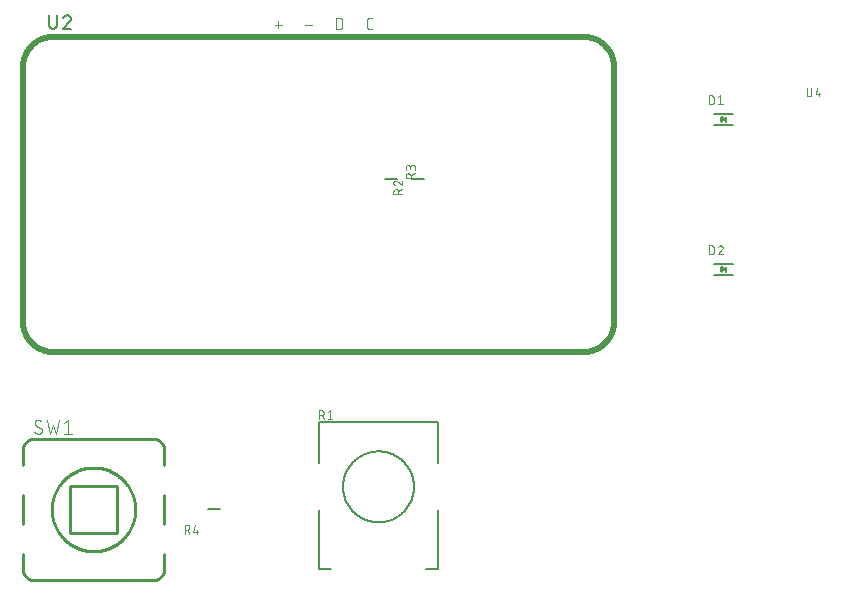
<source format=gbr>
G04 EAGLE Gerber RS-274X export*
G75*
%MOMM*%
%FSLAX34Y34*%
%LPD*%
%INSilkscreen Top*%
%IPPOS*%
%AMOC8*
5,1,8,0,0,1.08239X$1,22.5*%
G01*
%ADD10C,0.508000*%
%ADD11C,0.076200*%
%ADD12C,0.127000*%
%ADD13C,0.101600*%
%ADD14C,0.254000*%

G36*
X671105Y403776D02*
X671105Y403776D01*
X671205Y403775D01*
X671219Y403779D01*
X671231Y403779D01*
X671274Y403797D01*
X671384Y403833D01*
X675384Y405833D01*
X675419Y405859D01*
X675460Y405878D01*
X675509Y405926D01*
X675563Y405967D01*
X675588Y406004D01*
X675619Y406036D01*
X675648Y406098D01*
X675685Y406155D01*
X675695Y406199D01*
X675714Y406239D01*
X675719Y406308D01*
X675734Y406374D01*
X675728Y406419D01*
X675731Y406463D01*
X675712Y406529D01*
X675703Y406597D01*
X675682Y406636D01*
X675670Y406679D01*
X675629Y406734D01*
X675597Y406794D01*
X675563Y406824D01*
X675537Y406860D01*
X675466Y406909D01*
X675428Y406943D01*
X675407Y406951D01*
X675384Y406967D01*
X671384Y408967D01*
X671288Y408995D01*
X671194Y409027D01*
X671181Y409027D01*
X671168Y409031D01*
X671069Y409024D01*
X670969Y409021D01*
X670958Y409016D01*
X670945Y409015D01*
X670854Y408974D01*
X670762Y408936D01*
X670752Y408928D01*
X670740Y408922D01*
X670669Y408852D01*
X670596Y408785D01*
X670590Y408774D01*
X670581Y408764D01*
X670539Y408674D01*
X670493Y408585D01*
X670491Y408571D01*
X670486Y408561D01*
X670483Y408514D01*
X670466Y408400D01*
X670466Y404400D01*
X670483Y404302D01*
X670497Y404203D01*
X670503Y404192D01*
X670505Y404179D01*
X670556Y404093D01*
X670603Y404006D01*
X670613Y403997D01*
X670620Y403986D01*
X670697Y403923D01*
X670772Y403857D01*
X670784Y403853D01*
X670794Y403845D01*
X670888Y403813D01*
X670981Y403777D01*
X670994Y403777D01*
X671006Y403773D01*
X671105Y403776D01*
G37*
G36*
X671105Y276776D02*
X671105Y276776D01*
X671205Y276775D01*
X671219Y276779D01*
X671231Y276779D01*
X671274Y276797D01*
X671384Y276833D01*
X675384Y278833D01*
X675419Y278859D01*
X675460Y278878D01*
X675509Y278926D01*
X675563Y278967D01*
X675588Y279004D01*
X675619Y279036D01*
X675648Y279098D01*
X675685Y279155D01*
X675695Y279199D01*
X675714Y279239D01*
X675719Y279308D01*
X675734Y279374D01*
X675728Y279419D01*
X675731Y279463D01*
X675712Y279529D01*
X675703Y279597D01*
X675682Y279636D01*
X675670Y279679D01*
X675629Y279734D01*
X675597Y279794D01*
X675563Y279824D01*
X675537Y279860D01*
X675466Y279909D01*
X675428Y279943D01*
X675407Y279951D01*
X675384Y279967D01*
X671384Y281967D01*
X671288Y281995D01*
X671194Y282027D01*
X671181Y282027D01*
X671168Y282031D01*
X671069Y282024D01*
X670969Y282021D01*
X670958Y282016D01*
X670945Y282015D01*
X670854Y281974D01*
X670762Y281936D01*
X670752Y281928D01*
X670740Y281922D01*
X670669Y281852D01*
X670596Y281785D01*
X670590Y281774D01*
X670581Y281764D01*
X670539Y281674D01*
X670493Y281585D01*
X670491Y281571D01*
X670486Y281561D01*
X670483Y281514D01*
X670466Y281400D01*
X670466Y277400D01*
X670483Y277302D01*
X670497Y277203D01*
X670503Y277192D01*
X670505Y277179D01*
X670556Y277093D01*
X670603Y277006D01*
X670613Y276997D01*
X670620Y276986D01*
X670697Y276923D01*
X670772Y276857D01*
X670784Y276853D01*
X670794Y276845D01*
X670888Y276813D01*
X670981Y276777D01*
X670994Y276777D01*
X671006Y276773D01*
X671105Y276776D01*
G37*
D10*
X554990Y209550D02*
X555604Y209557D01*
X556217Y209580D01*
X556830Y209617D01*
X557441Y209669D01*
X558052Y209735D01*
X558660Y209817D01*
X559266Y209913D01*
X559870Y210023D01*
X560471Y210148D01*
X561069Y210288D01*
X561663Y210442D01*
X562253Y210611D01*
X562839Y210793D01*
X563420Y210990D01*
X563997Y211201D01*
X564568Y211425D01*
X565134Y211663D01*
X565694Y211915D01*
X566247Y212181D01*
X566794Y212459D01*
X567334Y212751D01*
X567867Y213056D01*
X568392Y213374D01*
X568910Y213704D01*
X569419Y214046D01*
X569920Y214401D01*
X570412Y214768D01*
X570895Y215146D01*
X571369Y215536D01*
X571833Y215938D01*
X572288Y216350D01*
X572732Y216774D01*
X573166Y217208D01*
X573590Y217652D01*
X574002Y218107D01*
X574404Y218571D01*
X574794Y219045D01*
X575172Y219528D01*
X575539Y220020D01*
X575894Y220521D01*
X576236Y221030D01*
X576566Y221548D01*
X576884Y222073D01*
X577189Y222606D01*
X577481Y223146D01*
X577759Y223693D01*
X578025Y224246D01*
X578277Y224806D01*
X578515Y225372D01*
X578739Y225943D01*
X578950Y226520D01*
X579147Y227101D01*
X579329Y227687D01*
X579498Y228277D01*
X579652Y228871D01*
X579792Y229469D01*
X579917Y230070D01*
X580027Y230674D01*
X580123Y231280D01*
X580205Y231888D01*
X580271Y232499D01*
X580323Y233110D01*
X580360Y233723D01*
X580383Y234336D01*
X580390Y234950D01*
X580390Y450850D01*
X580383Y451464D01*
X580360Y452077D01*
X580323Y452690D01*
X580271Y453301D01*
X580205Y453912D01*
X580123Y454520D01*
X580027Y455126D01*
X579917Y455730D01*
X579792Y456331D01*
X579652Y456929D01*
X579498Y457523D01*
X579329Y458113D01*
X579147Y458699D01*
X578950Y459280D01*
X578739Y459857D01*
X578515Y460428D01*
X578277Y460994D01*
X578025Y461554D01*
X577759Y462107D01*
X577481Y462654D01*
X577189Y463194D01*
X576884Y463727D01*
X576566Y464252D01*
X576236Y464770D01*
X575894Y465279D01*
X575539Y465780D01*
X575172Y466272D01*
X574794Y466755D01*
X574404Y467229D01*
X574002Y467693D01*
X573590Y468148D01*
X573166Y468592D01*
X572732Y469026D01*
X572288Y469450D01*
X571833Y469862D01*
X571369Y470264D01*
X570895Y470654D01*
X570412Y471032D01*
X569920Y471399D01*
X569419Y471754D01*
X568910Y472096D01*
X568392Y472426D01*
X567867Y472744D01*
X567334Y473049D01*
X566794Y473341D01*
X566247Y473619D01*
X565694Y473885D01*
X565134Y474137D01*
X564568Y474375D01*
X563997Y474599D01*
X563420Y474810D01*
X562839Y475007D01*
X562253Y475189D01*
X561663Y475358D01*
X561069Y475512D01*
X560471Y475652D01*
X559870Y475777D01*
X559266Y475887D01*
X558660Y475983D01*
X558052Y476065D01*
X557441Y476131D01*
X556830Y476183D01*
X556217Y476220D01*
X555604Y476243D01*
X554990Y476250D01*
X105410Y476250D01*
X104796Y476243D01*
X104183Y476220D01*
X103570Y476183D01*
X102959Y476131D01*
X102348Y476065D01*
X101740Y475983D01*
X101134Y475887D01*
X100530Y475777D01*
X99929Y475652D01*
X99331Y475512D01*
X98737Y475358D01*
X98147Y475189D01*
X97561Y475007D01*
X96980Y474810D01*
X96403Y474599D01*
X95832Y474375D01*
X95266Y474137D01*
X94706Y473885D01*
X94153Y473619D01*
X93606Y473341D01*
X93066Y473049D01*
X92533Y472744D01*
X92008Y472426D01*
X91490Y472096D01*
X90981Y471754D01*
X90480Y471399D01*
X89988Y471032D01*
X89505Y470654D01*
X89031Y470264D01*
X88567Y469862D01*
X88112Y469450D01*
X87668Y469026D01*
X87234Y468592D01*
X86810Y468148D01*
X86398Y467693D01*
X85996Y467229D01*
X85606Y466755D01*
X85228Y466272D01*
X84861Y465780D01*
X84506Y465279D01*
X84164Y464770D01*
X83834Y464252D01*
X83516Y463727D01*
X83211Y463194D01*
X82919Y462654D01*
X82641Y462107D01*
X82375Y461554D01*
X82123Y460994D01*
X81885Y460428D01*
X81661Y459857D01*
X81450Y459280D01*
X81253Y458699D01*
X81071Y458113D01*
X80902Y457523D01*
X80748Y456929D01*
X80608Y456331D01*
X80483Y455730D01*
X80373Y455126D01*
X80277Y454520D01*
X80195Y453912D01*
X80129Y453301D01*
X80077Y452690D01*
X80040Y452077D01*
X80017Y451464D01*
X80010Y450850D01*
X80010Y234950D01*
X80017Y234336D01*
X80040Y233723D01*
X80077Y233110D01*
X80129Y232499D01*
X80195Y231888D01*
X80277Y231280D01*
X80373Y230674D01*
X80483Y230070D01*
X80608Y229469D01*
X80748Y228871D01*
X80902Y228277D01*
X81071Y227687D01*
X81253Y227101D01*
X81450Y226520D01*
X81661Y225943D01*
X81885Y225372D01*
X82123Y224806D01*
X82375Y224246D01*
X82641Y223693D01*
X82919Y223146D01*
X83211Y222606D01*
X83516Y222073D01*
X83834Y221548D01*
X84164Y221030D01*
X84506Y220521D01*
X84861Y220020D01*
X85228Y219528D01*
X85606Y219045D01*
X85996Y218571D01*
X86398Y218107D01*
X86810Y217652D01*
X87234Y217208D01*
X87668Y216774D01*
X88112Y216350D01*
X88567Y215938D01*
X89031Y215536D01*
X89505Y215146D01*
X89988Y214768D01*
X90480Y214401D01*
X90981Y214046D01*
X91490Y213704D01*
X92008Y213374D01*
X92533Y213056D01*
X93066Y212751D01*
X93606Y212459D01*
X94153Y212181D01*
X94706Y211915D01*
X95266Y211663D01*
X95832Y211425D01*
X96403Y211201D01*
X96980Y210990D01*
X97561Y210793D01*
X98147Y210611D01*
X98737Y210442D01*
X99331Y210288D01*
X99929Y210148D01*
X100530Y210023D01*
X101134Y209913D01*
X101740Y209817D01*
X102348Y209735D01*
X102959Y209669D01*
X103570Y209617D01*
X104183Y209580D01*
X104796Y209557D01*
X105410Y209550D01*
X554990Y209550D01*
D11*
X375539Y482981D02*
X373451Y482981D01*
X373362Y482983D01*
X373274Y482989D01*
X373186Y482998D01*
X373098Y483011D01*
X373011Y483028D01*
X372925Y483048D01*
X372840Y483073D01*
X372755Y483100D01*
X372672Y483132D01*
X372591Y483166D01*
X372511Y483205D01*
X372433Y483246D01*
X372356Y483291D01*
X372282Y483339D01*
X372209Y483390D01*
X372139Y483444D01*
X372072Y483502D01*
X372006Y483562D01*
X371944Y483624D01*
X371884Y483690D01*
X371826Y483757D01*
X371772Y483827D01*
X371721Y483900D01*
X371673Y483974D01*
X371628Y484051D01*
X371587Y484129D01*
X371548Y484209D01*
X371514Y484290D01*
X371482Y484373D01*
X371455Y484458D01*
X371430Y484543D01*
X371410Y484629D01*
X371393Y484716D01*
X371380Y484804D01*
X371371Y484892D01*
X371365Y484980D01*
X371363Y485069D01*
X371362Y485069D02*
X371362Y490291D01*
X371363Y490291D02*
X371365Y490382D01*
X371371Y490473D01*
X371381Y490564D01*
X371395Y490654D01*
X371412Y490743D01*
X371434Y490831D01*
X371460Y490919D01*
X371489Y491005D01*
X371522Y491090D01*
X371559Y491173D01*
X371599Y491255D01*
X371643Y491335D01*
X371690Y491413D01*
X371741Y491489D01*
X371794Y491562D01*
X371851Y491633D01*
X371912Y491702D01*
X371975Y491767D01*
X372040Y491830D01*
X372109Y491890D01*
X372180Y491948D01*
X372253Y492001D01*
X372329Y492052D01*
X372407Y492099D01*
X372487Y492143D01*
X372569Y492183D01*
X372652Y492220D01*
X372737Y492253D01*
X372823Y492282D01*
X372911Y492308D01*
X372999Y492330D01*
X373088Y492347D01*
X373178Y492361D01*
X373269Y492371D01*
X373360Y492377D01*
X373451Y492379D01*
X375539Y492379D01*
X344918Y492379D02*
X344918Y482981D01*
X344918Y492379D02*
X347528Y492379D01*
X347628Y492377D01*
X347728Y492371D01*
X347827Y492362D01*
X347927Y492348D01*
X348025Y492331D01*
X348123Y492310D01*
X348220Y492286D01*
X348316Y492257D01*
X348411Y492225D01*
X348504Y492190D01*
X348596Y492151D01*
X348687Y492108D01*
X348775Y492062D01*
X348862Y492012D01*
X348947Y491960D01*
X349030Y491904D01*
X349111Y491845D01*
X349189Y491782D01*
X349265Y491717D01*
X349339Y491649D01*
X349409Y491579D01*
X349477Y491505D01*
X349542Y491429D01*
X349605Y491351D01*
X349664Y491270D01*
X349720Y491187D01*
X349772Y491102D01*
X349822Y491015D01*
X349868Y490927D01*
X349911Y490836D01*
X349950Y490744D01*
X349985Y490651D01*
X350017Y490556D01*
X350046Y490460D01*
X350070Y490363D01*
X350091Y490265D01*
X350108Y490167D01*
X350122Y490067D01*
X350131Y489968D01*
X350137Y489868D01*
X350139Y489768D01*
X350139Y485592D01*
X350137Y485492D01*
X350131Y485392D01*
X350122Y485293D01*
X350108Y485193D01*
X350091Y485095D01*
X350070Y484997D01*
X350046Y484900D01*
X350017Y484804D01*
X349985Y484709D01*
X349950Y484616D01*
X349911Y484524D01*
X349868Y484433D01*
X349822Y484345D01*
X349772Y484258D01*
X349720Y484173D01*
X349664Y484090D01*
X349605Y484009D01*
X349542Y483931D01*
X349477Y483855D01*
X349409Y483781D01*
X349339Y483711D01*
X349265Y483643D01*
X349189Y483578D01*
X349111Y483515D01*
X349030Y483456D01*
X348947Y483400D01*
X348862Y483348D01*
X348775Y483298D01*
X348687Y483252D01*
X348596Y483209D01*
X348504Y483170D01*
X348411Y483135D01*
X348316Y483103D01*
X348220Y483074D01*
X348123Y483050D01*
X348025Y483029D01*
X347927Y483012D01*
X347827Y482998D01*
X347728Y482989D01*
X347628Y482983D01*
X347528Y482981D01*
X344918Y482981D01*
X324739Y486636D02*
X318474Y486636D01*
X299339Y486636D02*
X293074Y486636D01*
X296206Y489768D02*
X296206Y483503D01*
D12*
X102235Y486410D02*
X102235Y494665D01*
X102235Y486410D02*
X102237Y486299D01*
X102243Y486189D01*
X102252Y486078D01*
X102266Y485968D01*
X102283Y485859D01*
X102304Y485750D01*
X102329Y485642D01*
X102358Y485535D01*
X102390Y485429D01*
X102426Y485324D01*
X102466Y485221D01*
X102509Y485119D01*
X102556Y485018D01*
X102607Y484919D01*
X102660Y484823D01*
X102717Y484728D01*
X102778Y484635D01*
X102841Y484544D01*
X102908Y484455D01*
X102978Y484369D01*
X103051Y484286D01*
X103126Y484204D01*
X103204Y484126D01*
X103286Y484051D01*
X103369Y483978D01*
X103455Y483908D01*
X103544Y483841D01*
X103635Y483778D01*
X103728Y483717D01*
X103823Y483660D01*
X103919Y483607D01*
X104018Y483556D01*
X104119Y483509D01*
X104221Y483466D01*
X104324Y483426D01*
X104429Y483390D01*
X104535Y483358D01*
X104642Y483329D01*
X104750Y483304D01*
X104859Y483283D01*
X104968Y483266D01*
X105078Y483252D01*
X105189Y483243D01*
X105299Y483237D01*
X105410Y483235D01*
X105521Y483237D01*
X105631Y483243D01*
X105742Y483252D01*
X105852Y483266D01*
X105961Y483283D01*
X106070Y483304D01*
X106178Y483329D01*
X106285Y483358D01*
X106391Y483390D01*
X106496Y483426D01*
X106599Y483466D01*
X106701Y483509D01*
X106802Y483556D01*
X106901Y483607D01*
X106997Y483660D01*
X107092Y483717D01*
X107185Y483778D01*
X107276Y483841D01*
X107365Y483908D01*
X107451Y483978D01*
X107534Y484051D01*
X107616Y484126D01*
X107694Y484204D01*
X107769Y484286D01*
X107842Y484369D01*
X107912Y484455D01*
X107979Y484544D01*
X108042Y484635D01*
X108103Y484728D01*
X108160Y484822D01*
X108213Y484919D01*
X108264Y485018D01*
X108311Y485119D01*
X108354Y485221D01*
X108394Y485324D01*
X108430Y485429D01*
X108462Y485535D01*
X108491Y485642D01*
X108516Y485750D01*
X108537Y485859D01*
X108554Y485968D01*
X108568Y486078D01*
X108577Y486189D01*
X108583Y486299D01*
X108585Y486410D01*
X108585Y494665D01*
X117539Y494666D02*
X117643Y494664D01*
X117748Y494658D01*
X117852Y494649D01*
X117955Y494636D01*
X118058Y494618D01*
X118160Y494598D01*
X118262Y494573D01*
X118362Y494545D01*
X118462Y494513D01*
X118560Y494477D01*
X118657Y494438D01*
X118752Y494396D01*
X118846Y494350D01*
X118938Y494300D01*
X119028Y494248D01*
X119116Y494192D01*
X119202Y494132D01*
X119286Y494070D01*
X119367Y494005D01*
X119446Y493937D01*
X119523Y493865D01*
X119596Y493792D01*
X119668Y493715D01*
X119736Y493636D01*
X119801Y493555D01*
X119863Y493471D01*
X119923Y493385D01*
X119979Y493297D01*
X120031Y493207D01*
X120081Y493115D01*
X120127Y493021D01*
X120169Y492926D01*
X120208Y492829D01*
X120244Y492731D01*
X120276Y492631D01*
X120304Y492531D01*
X120329Y492429D01*
X120349Y492327D01*
X120367Y492224D01*
X120380Y492121D01*
X120389Y492017D01*
X120395Y491912D01*
X120397Y491808D01*
X117539Y494665D02*
X117421Y494663D01*
X117302Y494657D01*
X117184Y494648D01*
X117067Y494635D01*
X116950Y494617D01*
X116833Y494597D01*
X116717Y494572D01*
X116602Y494544D01*
X116489Y494511D01*
X116376Y494476D01*
X116264Y494436D01*
X116154Y494394D01*
X116045Y494347D01*
X115937Y494297D01*
X115832Y494244D01*
X115728Y494187D01*
X115626Y494127D01*
X115526Y494064D01*
X115428Y493997D01*
X115332Y493928D01*
X115239Y493855D01*
X115148Y493779D01*
X115059Y493701D01*
X114973Y493619D01*
X114890Y493535D01*
X114809Y493449D01*
X114732Y493359D01*
X114657Y493268D01*
X114585Y493174D01*
X114516Y493077D01*
X114451Y492979D01*
X114388Y492878D01*
X114329Y492775D01*
X114273Y492671D01*
X114221Y492565D01*
X114172Y492457D01*
X114127Y492348D01*
X114085Y492237D01*
X114047Y492125D01*
X119444Y489586D02*
X119520Y489661D01*
X119595Y489740D01*
X119666Y489821D01*
X119735Y489905D01*
X119800Y489991D01*
X119862Y490079D01*
X119922Y490169D01*
X119978Y490261D01*
X120031Y490356D01*
X120080Y490452D01*
X120126Y490550D01*
X120169Y490649D01*
X120208Y490750D01*
X120243Y490852D01*
X120275Y490955D01*
X120303Y491059D01*
X120328Y491164D01*
X120349Y491271D01*
X120366Y491377D01*
X120379Y491484D01*
X120388Y491592D01*
X120394Y491700D01*
X120396Y491808D01*
X119444Y489585D02*
X114046Y483235D01*
X120396Y483235D01*
D13*
X743458Y433070D02*
X743458Y427934D01*
X743460Y427847D01*
X743466Y427759D01*
X743475Y427672D01*
X743489Y427586D01*
X743506Y427500D01*
X743527Y427416D01*
X743552Y427332D01*
X743581Y427249D01*
X743613Y427168D01*
X743648Y427088D01*
X743687Y427010D01*
X743730Y426933D01*
X743776Y426859D01*
X743825Y426787D01*
X743877Y426717D01*
X743933Y426649D01*
X743991Y426584D01*
X744052Y426521D01*
X744116Y426462D01*
X744183Y426405D01*
X744251Y426351D01*
X744323Y426300D01*
X744396Y426253D01*
X744471Y426208D01*
X744549Y426167D01*
X744628Y426130D01*
X744708Y426096D01*
X744790Y426066D01*
X744873Y426039D01*
X744958Y426016D01*
X745043Y425997D01*
X745129Y425982D01*
X745216Y425970D01*
X745303Y425962D01*
X745390Y425958D01*
X745478Y425958D01*
X745565Y425962D01*
X745652Y425970D01*
X745739Y425982D01*
X745825Y425997D01*
X745910Y426016D01*
X745995Y426039D01*
X746078Y426066D01*
X746160Y426096D01*
X746240Y426130D01*
X746319Y426167D01*
X746397Y426208D01*
X746472Y426253D01*
X746545Y426300D01*
X746617Y426351D01*
X746685Y426405D01*
X746752Y426462D01*
X746816Y426521D01*
X746877Y426584D01*
X746935Y426649D01*
X746991Y426717D01*
X747043Y426787D01*
X747092Y426859D01*
X747138Y426933D01*
X747181Y427010D01*
X747220Y427088D01*
X747255Y427168D01*
X747287Y427249D01*
X747316Y427332D01*
X747341Y427416D01*
X747362Y427500D01*
X747379Y427586D01*
X747393Y427672D01*
X747402Y427759D01*
X747408Y427847D01*
X747410Y427934D01*
X747409Y427934D02*
X747409Y433070D01*
X752597Y433070D02*
X751017Y427538D01*
X754968Y427538D01*
X753783Y429119D02*
X753783Y425958D01*
D14*
X199700Y26200D02*
X199697Y25958D01*
X199688Y25717D01*
X199674Y25476D01*
X199653Y25235D01*
X199627Y24995D01*
X199595Y24755D01*
X199557Y24516D01*
X199514Y24279D01*
X199464Y24042D01*
X199409Y23807D01*
X199349Y23573D01*
X199282Y23341D01*
X199211Y23110D01*
X199133Y22881D01*
X199050Y22654D01*
X198962Y22429D01*
X198868Y22206D01*
X198769Y21986D01*
X198664Y21768D01*
X198555Y21553D01*
X198440Y21340D01*
X198320Y21130D01*
X198195Y20924D01*
X198065Y20720D01*
X197930Y20519D01*
X197790Y20322D01*
X197646Y20128D01*
X197497Y19938D01*
X197343Y19752D01*
X197185Y19569D01*
X197023Y19390D01*
X196856Y19215D01*
X196685Y19044D01*
X196510Y18877D01*
X196331Y18715D01*
X196148Y18557D01*
X195962Y18403D01*
X195772Y18254D01*
X195578Y18110D01*
X195381Y17970D01*
X195180Y17835D01*
X194976Y17705D01*
X194770Y17580D01*
X194560Y17460D01*
X194347Y17345D01*
X194132Y17236D01*
X193914Y17131D01*
X193694Y17032D01*
X193471Y16938D01*
X193246Y16850D01*
X193019Y16767D01*
X192790Y16689D01*
X192559Y16618D01*
X192327Y16551D01*
X192093Y16491D01*
X191858Y16436D01*
X191621Y16386D01*
X191384Y16343D01*
X191145Y16305D01*
X190905Y16273D01*
X190665Y16247D01*
X190424Y16226D01*
X190183Y16212D01*
X189942Y16203D01*
X189700Y16200D01*
X89700Y16200D01*
X89458Y16203D01*
X89217Y16212D01*
X88976Y16226D01*
X88735Y16247D01*
X88495Y16273D01*
X88255Y16305D01*
X88016Y16343D01*
X87779Y16386D01*
X87542Y16436D01*
X87307Y16491D01*
X87073Y16551D01*
X86841Y16618D01*
X86610Y16689D01*
X86381Y16767D01*
X86154Y16850D01*
X85929Y16938D01*
X85706Y17032D01*
X85486Y17131D01*
X85268Y17236D01*
X85053Y17345D01*
X84840Y17460D01*
X84630Y17580D01*
X84424Y17705D01*
X84220Y17835D01*
X84019Y17970D01*
X83822Y18110D01*
X83628Y18254D01*
X83438Y18403D01*
X83252Y18557D01*
X83069Y18715D01*
X82890Y18877D01*
X82715Y19044D01*
X82544Y19215D01*
X82377Y19390D01*
X82215Y19569D01*
X82057Y19752D01*
X81903Y19938D01*
X81754Y20128D01*
X81610Y20322D01*
X81470Y20519D01*
X81335Y20720D01*
X81205Y20924D01*
X81080Y21130D01*
X80960Y21340D01*
X80845Y21553D01*
X80736Y21768D01*
X80631Y21986D01*
X80532Y22206D01*
X80438Y22429D01*
X80350Y22654D01*
X80267Y22881D01*
X80189Y23110D01*
X80118Y23341D01*
X80051Y23573D01*
X79991Y23807D01*
X79936Y24042D01*
X79886Y24279D01*
X79843Y24516D01*
X79805Y24755D01*
X79773Y24995D01*
X79747Y25235D01*
X79726Y25476D01*
X79712Y25717D01*
X79703Y25958D01*
X79700Y26200D01*
X79700Y126200D02*
X79703Y126442D01*
X79712Y126683D01*
X79726Y126924D01*
X79747Y127165D01*
X79773Y127405D01*
X79805Y127645D01*
X79843Y127884D01*
X79886Y128121D01*
X79936Y128358D01*
X79991Y128593D01*
X80051Y128827D01*
X80118Y129059D01*
X80189Y129290D01*
X80267Y129519D01*
X80350Y129746D01*
X80438Y129971D01*
X80532Y130194D01*
X80631Y130414D01*
X80736Y130632D01*
X80845Y130847D01*
X80960Y131060D01*
X81080Y131270D01*
X81205Y131476D01*
X81335Y131680D01*
X81470Y131881D01*
X81610Y132078D01*
X81754Y132272D01*
X81903Y132462D01*
X82057Y132648D01*
X82215Y132831D01*
X82377Y133010D01*
X82544Y133185D01*
X82715Y133356D01*
X82890Y133523D01*
X83069Y133685D01*
X83252Y133843D01*
X83438Y133997D01*
X83628Y134146D01*
X83822Y134290D01*
X84019Y134430D01*
X84220Y134565D01*
X84424Y134695D01*
X84630Y134820D01*
X84840Y134940D01*
X85053Y135055D01*
X85268Y135164D01*
X85486Y135269D01*
X85706Y135368D01*
X85929Y135462D01*
X86154Y135550D01*
X86381Y135633D01*
X86610Y135711D01*
X86841Y135782D01*
X87073Y135849D01*
X87307Y135909D01*
X87542Y135964D01*
X87779Y136014D01*
X88016Y136057D01*
X88255Y136095D01*
X88495Y136127D01*
X88735Y136153D01*
X88976Y136174D01*
X89217Y136188D01*
X89458Y136197D01*
X89700Y136200D01*
X189700Y136200D01*
X189942Y136197D01*
X190183Y136188D01*
X190424Y136174D01*
X190665Y136153D01*
X190905Y136127D01*
X191145Y136095D01*
X191384Y136057D01*
X191621Y136014D01*
X191858Y135964D01*
X192093Y135909D01*
X192327Y135849D01*
X192559Y135782D01*
X192790Y135711D01*
X193019Y135633D01*
X193246Y135550D01*
X193471Y135462D01*
X193694Y135368D01*
X193914Y135269D01*
X194132Y135164D01*
X194347Y135055D01*
X194560Y134940D01*
X194770Y134820D01*
X194976Y134695D01*
X195180Y134565D01*
X195381Y134430D01*
X195578Y134290D01*
X195772Y134146D01*
X195962Y133997D01*
X196148Y133843D01*
X196331Y133685D01*
X196510Y133523D01*
X196685Y133356D01*
X196856Y133185D01*
X197023Y133010D01*
X197185Y132831D01*
X197343Y132648D01*
X197497Y132462D01*
X197646Y132272D01*
X197790Y132078D01*
X197930Y131881D01*
X198065Y131680D01*
X198195Y131476D01*
X198320Y131270D01*
X198440Y131060D01*
X198555Y130847D01*
X198664Y130632D01*
X198769Y130414D01*
X198868Y130194D01*
X198962Y129971D01*
X199050Y129746D01*
X199133Y129519D01*
X199211Y129290D01*
X199282Y129059D01*
X199349Y128827D01*
X199409Y128593D01*
X199464Y128358D01*
X199514Y128121D01*
X199557Y127884D01*
X199595Y127645D01*
X199627Y127405D01*
X199653Y127165D01*
X199674Y126924D01*
X199688Y126683D01*
X199697Y126442D01*
X199700Y126200D01*
X104345Y76200D02*
X104356Y77068D01*
X104388Y77935D01*
X104441Y78801D01*
X104515Y79665D01*
X104611Y80528D01*
X104728Y81388D01*
X104866Y82244D01*
X105024Y83097D01*
X105204Y83946D01*
X105405Y84791D01*
X105626Y85630D01*
X105867Y86463D01*
X106129Y87290D01*
X106412Y88111D01*
X106714Y88924D01*
X107036Y89730D01*
X107378Y90527D01*
X107739Y91316D01*
X108120Y92096D01*
X108520Y92866D01*
X108938Y93626D01*
X109375Y94376D01*
X109830Y95115D01*
X110303Y95842D01*
X110794Y96558D01*
X111303Y97261D01*
X111828Y97952D01*
X112370Y98629D01*
X112929Y99293D01*
X113504Y99943D01*
X114094Y100579D01*
X114700Y101200D01*
X115321Y101806D01*
X115957Y102396D01*
X116607Y102971D01*
X117271Y103530D01*
X117948Y104072D01*
X118639Y104597D01*
X119342Y105106D01*
X120058Y105597D01*
X120785Y106070D01*
X121524Y106525D01*
X122274Y106962D01*
X123034Y107380D01*
X123804Y107780D01*
X124584Y108161D01*
X125373Y108522D01*
X126170Y108864D01*
X126976Y109186D01*
X127789Y109488D01*
X128610Y109771D01*
X129437Y110033D01*
X130270Y110274D01*
X131109Y110495D01*
X131954Y110696D01*
X132803Y110876D01*
X133656Y111034D01*
X134512Y111172D01*
X135372Y111289D01*
X136235Y111385D01*
X137099Y111459D01*
X137965Y111512D01*
X138832Y111544D01*
X139700Y111555D01*
X140568Y111544D01*
X141435Y111512D01*
X142301Y111459D01*
X143165Y111385D01*
X144028Y111289D01*
X144888Y111172D01*
X145744Y111034D01*
X146597Y110876D01*
X147446Y110696D01*
X148291Y110495D01*
X149130Y110274D01*
X149963Y110033D01*
X150790Y109771D01*
X151611Y109488D01*
X152424Y109186D01*
X153230Y108864D01*
X154027Y108522D01*
X154816Y108161D01*
X155596Y107780D01*
X156366Y107380D01*
X157126Y106962D01*
X157876Y106525D01*
X158615Y106070D01*
X159342Y105597D01*
X160058Y105106D01*
X160761Y104597D01*
X161452Y104072D01*
X162129Y103530D01*
X162793Y102971D01*
X163443Y102396D01*
X164079Y101806D01*
X164700Y101200D01*
X165306Y100579D01*
X165896Y99943D01*
X166471Y99293D01*
X167030Y98629D01*
X167572Y97952D01*
X168097Y97261D01*
X168606Y96558D01*
X169097Y95842D01*
X169570Y95115D01*
X170025Y94376D01*
X170462Y93626D01*
X170880Y92866D01*
X171280Y92096D01*
X171661Y91316D01*
X172022Y90527D01*
X172364Y89730D01*
X172686Y88924D01*
X172988Y88111D01*
X173271Y87290D01*
X173533Y86463D01*
X173774Y85630D01*
X173995Y84791D01*
X174196Y83946D01*
X174376Y83097D01*
X174534Y82244D01*
X174672Y81388D01*
X174789Y80528D01*
X174885Y79665D01*
X174959Y78801D01*
X175012Y77935D01*
X175044Y77068D01*
X175055Y76200D01*
X175044Y75332D01*
X175012Y74465D01*
X174959Y73599D01*
X174885Y72735D01*
X174789Y71872D01*
X174672Y71012D01*
X174534Y70156D01*
X174376Y69303D01*
X174196Y68454D01*
X173995Y67609D01*
X173774Y66770D01*
X173533Y65937D01*
X173271Y65110D01*
X172988Y64289D01*
X172686Y63476D01*
X172364Y62670D01*
X172022Y61873D01*
X171661Y61084D01*
X171280Y60304D01*
X170880Y59534D01*
X170462Y58774D01*
X170025Y58024D01*
X169570Y57285D01*
X169097Y56558D01*
X168606Y55842D01*
X168097Y55139D01*
X167572Y54448D01*
X167030Y53771D01*
X166471Y53107D01*
X165896Y52457D01*
X165306Y51821D01*
X164700Y51200D01*
X164079Y50594D01*
X163443Y50004D01*
X162793Y49429D01*
X162129Y48870D01*
X161452Y48328D01*
X160761Y47803D01*
X160058Y47294D01*
X159342Y46803D01*
X158615Y46330D01*
X157876Y45875D01*
X157126Y45438D01*
X156366Y45020D01*
X155596Y44620D01*
X154816Y44239D01*
X154027Y43878D01*
X153230Y43536D01*
X152424Y43214D01*
X151611Y42912D01*
X150790Y42629D01*
X149963Y42367D01*
X149130Y42126D01*
X148291Y41905D01*
X147446Y41704D01*
X146597Y41524D01*
X145744Y41366D01*
X144888Y41228D01*
X144028Y41111D01*
X143165Y41015D01*
X142301Y40941D01*
X141435Y40888D01*
X140568Y40856D01*
X139700Y40845D01*
X138832Y40856D01*
X137965Y40888D01*
X137099Y40941D01*
X136235Y41015D01*
X135372Y41111D01*
X134512Y41228D01*
X133656Y41366D01*
X132803Y41524D01*
X131954Y41704D01*
X131109Y41905D01*
X130270Y42126D01*
X129437Y42367D01*
X128610Y42629D01*
X127789Y42912D01*
X126976Y43214D01*
X126170Y43536D01*
X125373Y43878D01*
X124584Y44239D01*
X123804Y44620D01*
X123034Y45020D01*
X122274Y45438D01*
X121524Y45875D01*
X120785Y46330D01*
X120058Y46803D01*
X119342Y47294D01*
X118639Y47803D01*
X117948Y48328D01*
X117271Y48870D01*
X116607Y49429D01*
X115957Y50004D01*
X115321Y50594D01*
X114700Y51200D01*
X114094Y51821D01*
X113504Y52457D01*
X112929Y53107D01*
X112370Y53771D01*
X111828Y54448D01*
X111303Y55139D01*
X110794Y55842D01*
X110303Y56558D01*
X109830Y57285D01*
X109375Y58024D01*
X108938Y58774D01*
X108520Y59534D01*
X108120Y60304D01*
X107739Y61084D01*
X107378Y61873D01*
X107036Y62670D01*
X106714Y63476D01*
X106412Y64289D01*
X106129Y65110D01*
X105867Y65937D01*
X105626Y66770D01*
X105405Y67609D01*
X105204Y68454D01*
X105024Y69303D01*
X104866Y70156D01*
X104728Y71012D01*
X104611Y71872D01*
X104515Y72735D01*
X104441Y73599D01*
X104388Y74465D01*
X104356Y75332D01*
X104345Y76200D01*
X119700Y96200D02*
X159700Y96200D01*
X159700Y56200D01*
X119700Y56200D01*
X119700Y96200D01*
X79700Y113700D02*
X79700Y126200D01*
X79700Y88700D02*
X79700Y63700D01*
X79700Y38700D02*
X79700Y26200D01*
X199700Y113700D02*
X199700Y126200D01*
X199700Y88700D02*
X199700Y63700D01*
X199700Y38700D02*
X199700Y26200D01*
D13*
X93303Y140208D02*
X93402Y140210D01*
X93502Y140216D01*
X93601Y140225D01*
X93699Y140238D01*
X93797Y140255D01*
X93895Y140276D01*
X93991Y140301D01*
X94086Y140329D01*
X94180Y140361D01*
X94273Y140396D01*
X94365Y140435D01*
X94455Y140478D01*
X94543Y140523D01*
X94630Y140573D01*
X94714Y140625D01*
X94797Y140681D01*
X94877Y140739D01*
X94955Y140801D01*
X95030Y140866D01*
X95103Y140934D01*
X95173Y141004D01*
X95241Y141077D01*
X95306Y141152D01*
X95368Y141230D01*
X95426Y141310D01*
X95482Y141393D01*
X95534Y141477D01*
X95584Y141564D01*
X95629Y141652D01*
X95672Y141742D01*
X95711Y141834D01*
X95746Y141927D01*
X95778Y142021D01*
X95806Y142116D01*
X95831Y142212D01*
X95852Y142310D01*
X95869Y142408D01*
X95882Y142506D01*
X95891Y142605D01*
X95897Y142705D01*
X95899Y142804D01*
X93303Y140208D02*
X93159Y140210D01*
X93014Y140216D01*
X92870Y140225D01*
X92727Y140238D01*
X92583Y140255D01*
X92440Y140276D01*
X92298Y140301D01*
X92157Y140329D01*
X92016Y140361D01*
X91876Y140397D01*
X91737Y140436D01*
X91599Y140479D01*
X91463Y140526D01*
X91327Y140576D01*
X91193Y140630D01*
X91061Y140687D01*
X90930Y140748D01*
X90801Y140812D01*
X90673Y140880D01*
X90547Y140950D01*
X90423Y141025D01*
X90302Y141102D01*
X90182Y141183D01*
X90064Y141266D01*
X89949Y141353D01*
X89836Y141443D01*
X89725Y141536D01*
X89617Y141631D01*
X89511Y141730D01*
X89408Y141831D01*
X89733Y149296D02*
X89735Y149395D01*
X89741Y149495D01*
X89750Y149594D01*
X89763Y149692D01*
X89780Y149790D01*
X89801Y149888D01*
X89826Y149984D01*
X89854Y150079D01*
X89886Y150173D01*
X89921Y150266D01*
X89960Y150358D01*
X90003Y150448D01*
X90048Y150536D01*
X90098Y150623D01*
X90150Y150707D01*
X90206Y150790D01*
X90264Y150870D01*
X90326Y150948D01*
X90391Y151023D01*
X90459Y151096D01*
X90529Y151166D01*
X90602Y151234D01*
X90677Y151299D01*
X90755Y151361D01*
X90835Y151419D01*
X90918Y151475D01*
X91002Y151527D01*
X91089Y151577D01*
X91177Y151622D01*
X91267Y151665D01*
X91359Y151704D01*
X91452Y151739D01*
X91546Y151771D01*
X91641Y151799D01*
X91738Y151824D01*
X91835Y151845D01*
X91933Y151862D01*
X92031Y151875D01*
X92130Y151884D01*
X92230Y151890D01*
X92329Y151892D01*
X92465Y151890D01*
X92601Y151884D01*
X92737Y151875D01*
X92873Y151862D01*
X93008Y151844D01*
X93142Y151824D01*
X93276Y151799D01*
X93410Y151771D01*
X93542Y151738D01*
X93673Y151703D01*
X93804Y151663D01*
X93933Y151620D01*
X94061Y151574D01*
X94187Y151523D01*
X94313Y151470D01*
X94436Y151412D01*
X94558Y151352D01*
X94678Y151288D01*
X94797Y151220D01*
X94913Y151150D01*
X95027Y151076D01*
X95140Y150999D01*
X95250Y150918D01*
X91031Y147024D02*
X90945Y147077D01*
X90861Y147134D01*
X90779Y147193D01*
X90699Y147256D01*
X90622Y147322D01*
X90547Y147390D01*
X90475Y147462D01*
X90406Y147536D01*
X90340Y147613D01*
X90277Y147692D01*
X90217Y147774D01*
X90160Y147858D01*
X90106Y147944D01*
X90056Y148032D01*
X90009Y148122D01*
X89965Y148213D01*
X89926Y148307D01*
X89889Y148401D01*
X89857Y148497D01*
X89828Y148595D01*
X89803Y148693D01*
X89782Y148792D01*
X89764Y148892D01*
X89751Y148992D01*
X89741Y149093D01*
X89735Y149195D01*
X89733Y149296D01*
X94601Y145076D02*
X94687Y145023D01*
X94771Y144966D01*
X94853Y144907D01*
X94933Y144844D01*
X95010Y144778D01*
X95085Y144710D01*
X95157Y144638D01*
X95226Y144564D01*
X95292Y144487D01*
X95355Y144408D01*
X95415Y144326D01*
X95472Y144242D01*
X95526Y144156D01*
X95576Y144068D01*
X95623Y143978D01*
X95667Y143887D01*
X95706Y143793D01*
X95743Y143699D01*
X95775Y143603D01*
X95804Y143505D01*
X95829Y143407D01*
X95850Y143308D01*
X95868Y143208D01*
X95881Y143108D01*
X95891Y143007D01*
X95897Y142905D01*
X95899Y142804D01*
X94601Y145076D02*
X91031Y147024D01*
X100034Y151892D02*
X102630Y140208D01*
X105227Y147997D01*
X107823Y140208D01*
X110419Y151892D01*
X114935Y149296D02*
X118181Y151892D01*
X118181Y140208D01*
X121426Y140208D02*
X114935Y140208D01*
D12*
X665100Y411400D02*
X681100Y411400D01*
X681100Y401400D02*
X665100Y401400D01*
X675100Y404400D02*
X675100Y408400D01*
D13*
X660908Y419608D02*
X660908Y426720D01*
X662884Y426720D01*
X662970Y426718D01*
X663056Y426712D01*
X663142Y426703D01*
X663227Y426690D01*
X663312Y426673D01*
X663395Y426653D01*
X663478Y426629D01*
X663560Y426601D01*
X663640Y426570D01*
X663719Y426535D01*
X663796Y426497D01*
X663872Y426455D01*
X663946Y426411D01*
X664017Y426363D01*
X664087Y426312D01*
X664154Y426258D01*
X664219Y426201D01*
X664281Y426141D01*
X664341Y426079D01*
X664398Y426014D01*
X664452Y425947D01*
X664503Y425877D01*
X664551Y425806D01*
X664595Y425732D01*
X664637Y425656D01*
X664675Y425579D01*
X664710Y425500D01*
X664741Y425420D01*
X664769Y425338D01*
X664793Y425255D01*
X664813Y425172D01*
X664830Y425087D01*
X664843Y425002D01*
X664852Y424916D01*
X664858Y424830D01*
X664860Y424744D01*
X664859Y424744D02*
X664859Y421584D01*
X664860Y421584D02*
X664858Y421498D01*
X664852Y421412D01*
X664843Y421326D01*
X664830Y421241D01*
X664813Y421156D01*
X664793Y421073D01*
X664769Y420990D01*
X664741Y420908D01*
X664710Y420828D01*
X664675Y420749D01*
X664637Y420672D01*
X664595Y420596D01*
X664551Y420522D01*
X664503Y420451D01*
X664452Y420381D01*
X664398Y420314D01*
X664341Y420249D01*
X664281Y420187D01*
X664219Y420127D01*
X664154Y420070D01*
X664087Y420016D01*
X664017Y419965D01*
X663946Y419917D01*
X663872Y419873D01*
X663796Y419831D01*
X663719Y419793D01*
X663640Y419758D01*
X663560Y419727D01*
X663478Y419699D01*
X663395Y419675D01*
X663312Y419655D01*
X663227Y419638D01*
X663142Y419625D01*
X663056Y419616D01*
X662970Y419610D01*
X662884Y419608D01*
X660908Y419608D01*
X668467Y425140D02*
X670443Y426720D01*
X670443Y419608D01*
X672418Y419608D02*
X668467Y419608D01*
D12*
X331000Y75400D02*
X331000Y25400D01*
X331000Y115400D02*
X331000Y150400D01*
X431000Y150400D01*
X431000Y115400D01*
X431000Y75400D02*
X431000Y25400D01*
X421000Y25400D01*
X341000Y25400D02*
X331000Y25400D01*
X351000Y95400D02*
X351009Y96136D01*
X351036Y96872D01*
X351081Y97607D01*
X351144Y98341D01*
X351226Y99072D01*
X351325Y99802D01*
X351442Y100529D01*
X351576Y101253D01*
X351729Y101973D01*
X351899Y102689D01*
X352087Y103401D01*
X352292Y104109D01*
X352514Y104810D01*
X352754Y105507D01*
X353010Y106197D01*
X353284Y106881D01*
X353574Y107557D01*
X353880Y108227D01*
X354203Y108888D01*
X354542Y109542D01*
X354897Y110187D01*
X355268Y110823D01*
X355654Y111450D01*
X356056Y112067D01*
X356472Y112674D01*
X356904Y113271D01*
X357350Y113857D01*
X357810Y114432D01*
X358284Y114995D01*
X358771Y115547D01*
X359273Y116086D01*
X359787Y116613D01*
X360314Y117127D01*
X360853Y117629D01*
X361405Y118116D01*
X361968Y118590D01*
X362543Y119050D01*
X363129Y119496D01*
X363726Y119928D01*
X364333Y120344D01*
X364950Y120746D01*
X365577Y121132D01*
X366213Y121503D01*
X366858Y121858D01*
X367512Y122197D01*
X368173Y122520D01*
X368843Y122826D01*
X369519Y123116D01*
X370203Y123390D01*
X370893Y123646D01*
X371590Y123886D01*
X372291Y124108D01*
X372999Y124313D01*
X373711Y124501D01*
X374427Y124671D01*
X375147Y124824D01*
X375871Y124958D01*
X376598Y125075D01*
X377328Y125174D01*
X378059Y125256D01*
X378793Y125319D01*
X379528Y125364D01*
X380264Y125391D01*
X381000Y125400D01*
X381736Y125391D01*
X382472Y125364D01*
X383207Y125319D01*
X383941Y125256D01*
X384672Y125174D01*
X385402Y125075D01*
X386129Y124958D01*
X386853Y124824D01*
X387573Y124671D01*
X388289Y124501D01*
X389001Y124313D01*
X389709Y124108D01*
X390410Y123886D01*
X391107Y123646D01*
X391797Y123390D01*
X392481Y123116D01*
X393157Y122826D01*
X393827Y122520D01*
X394488Y122197D01*
X395142Y121858D01*
X395787Y121503D01*
X396423Y121132D01*
X397050Y120746D01*
X397667Y120344D01*
X398274Y119928D01*
X398871Y119496D01*
X399457Y119050D01*
X400032Y118590D01*
X400595Y118116D01*
X401147Y117629D01*
X401686Y117127D01*
X402213Y116613D01*
X402727Y116086D01*
X403229Y115547D01*
X403716Y114995D01*
X404190Y114432D01*
X404650Y113857D01*
X405096Y113271D01*
X405528Y112674D01*
X405944Y112067D01*
X406346Y111450D01*
X406732Y110823D01*
X407103Y110187D01*
X407458Y109542D01*
X407797Y108888D01*
X408120Y108227D01*
X408426Y107557D01*
X408716Y106881D01*
X408990Y106197D01*
X409246Y105507D01*
X409486Y104810D01*
X409708Y104109D01*
X409913Y103401D01*
X410101Y102689D01*
X410271Y101973D01*
X410424Y101253D01*
X410558Y100529D01*
X410675Y99802D01*
X410774Y99072D01*
X410856Y98341D01*
X410919Y97607D01*
X410964Y96872D01*
X410991Y96136D01*
X411000Y95400D01*
X410991Y94664D01*
X410964Y93928D01*
X410919Y93193D01*
X410856Y92459D01*
X410774Y91728D01*
X410675Y90998D01*
X410558Y90271D01*
X410424Y89547D01*
X410271Y88827D01*
X410101Y88111D01*
X409913Y87399D01*
X409708Y86691D01*
X409486Y85990D01*
X409246Y85293D01*
X408990Y84603D01*
X408716Y83919D01*
X408426Y83243D01*
X408120Y82573D01*
X407797Y81912D01*
X407458Y81258D01*
X407103Y80613D01*
X406732Y79977D01*
X406346Y79350D01*
X405944Y78733D01*
X405528Y78126D01*
X405096Y77529D01*
X404650Y76943D01*
X404190Y76368D01*
X403716Y75805D01*
X403229Y75253D01*
X402727Y74714D01*
X402213Y74187D01*
X401686Y73673D01*
X401147Y73171D01*
X400595Y72684D01*
X400032Y72210D01*
X399457Y71750D01*
X398871Y71304D01*
X398274Y70872D01*
X397667Y70456D01*
X397050Y70054D01*
X396423Y69668D01*
X395787Y69297D01*
X395142Y68942D01*
X394488Y68603D01*
X393827Y68280D01*
X393157Y67974D01*
X392481Y67684D01*
X391797Y67410D01*
X391107Y67154D01*
X390410Y66914D01*
X389709Y66692D01*
X389001Y66487D01*
X388289Y66299D01*
X387573Y66129D01*
X386853Y65976D01*
X386129Y65842D01*
X385402Y65725D01*
X384672Y65626D01*
X383941Y65544D01*
X383207Y65481D01*
X382472Y65436D01*
X381736Y65409D01*
X381000Y65400D01*
X380264Y65409D01*
X379528Y65436D01*
X378793Y65481D01*
X378059Y65544D01*
X377328Y65626D01*
X376598Y65725D01*
X375871Y65842D01*
X375147Y65976D01*
X374427Y66129D01*
X373711Y66299D01*
X372999Y66487D01*
X372291Y66692D01*
X371590Y66914D01*
X370893Y67154D01*
X370203Y67410D01*
X369519Y67684D01*
X368843Y67974D01*
X368173Y68280D01*
X367512Y68603D01*
X366858Y68942D01*
X366213Y69297D01*
X365577Y69668D01*
X364950Y70054D01*
X364333Y70456D01*
X363726Y70872D01*
X363129Y71304D01*
X362543Y71750D01*
X361968Y72210D01*
X361405Y72684D01*
X360853Y73171D01*
X360314Y73673D01*
X359787Y74187D01*
X359273Y74714D01*
X358771Y75253D01*
X358284Y75805D01*
X357810Y76368D01*
X357350Y76943D01*
X356904Y77529D01*
X356472Y78126D01*
X356056Y78733D01*
X355654Y79350D01*
X355268Y79977D01*
X354897Y80613D01*
X354542Y81258D01*
X354203Y81912D01*
X353880Y82573D01*
X353574Y83243D01*
X353284Y83919D01*
X353010Y84603D01*
X352754Y85293D01*
X352514Y85990D01*
X352292Y86691D01*
X352087Y87399D01*
X351899Y88111D01*
X351729Y88827D01*
X351576Y89547D01*
X351442Y90271D01*
X351325Y90998D01*
X351226Y91728D01*
X351144Y92459D01*
X351081Y93193D01*
X351036Y93928D01*
X351009Y94664D01*
X351000Y95400D01*
D11*
X330581Y152781D02*
X330581Y160147D01*
X332627Y160147D01*
X332716Y160145D01*
X332805Y160139D01*
X332894Y160129D01*
X332982Y160116D01*
X333070Y160099D01*
X333157Y160077D01*
X333242Y160052D01*
X333327Y160024D01*
X333410Y159991D01*
X333492Y159955D01*
X333572Y159916D01*
X333650Y159873D01*
X333726Y159827D01*
X333801Y159777D01*
X333873Y159724D01*
X333942Y159668D01*
X334009Y159609D01*
X334074Y159548D01*
X334135Y159483D01*
X334194Y159416D01*
X334250Y159347D01*
X334303Y159275D01*
X334353Y159200D01*
X334399Y159124D01*
X334442Y159046D01*
X334481Y158966D01*
X334517Y158884D01*
X334550Y158801D01*
X334578Y158716D01*
X334603Y158631D01*
X334625Y158544D01*
X334642Y158456D01*
X334655Y158368D01*
X334665Y158279D01*
X334671Y158190D01*
X334673Y158101D01*
X334671Y158012D01*
X334665Y157923D01*
X334655Y157834D01*
X334642Y157746D01*
X334625Y157658D01*
X334603Y157571D01*
X334578Y157486D01*
X334550Y157401D01*
X334517Y157318D01*
X334481Y157236D01*
X334442Y157156D01*
X334399Y157078D01*
X334353Y157002D01*
X334303Y156927D01*
X334250Y156855D01*
X334194Y156786D01*
X334135Y156719D01*
X334074Y156654D01*
X334009Y156593D01*
X333942Y156534D01*
X333873Y156478D01*
X333801Y156425D01*
X333726Y156375D01*
X333650Y156329D01*
X333572Y156286D01*
X333492Y156247D01*
X333410Y156211D01*
X333327Y156178D01*
X333242Y156150D01*
X333157Y156125D01*
X333070Y156103D01*
X332982Y156086D01*
X332894Y156073D01*
X332805Y156063D01*
X332716Y156057D01*
X332627Y156055D01*
X330581Y156055D01*
X333036Y156055D02*
X334673Y152781D01*
X337845Y158510D02*
X339891Y160147D01*
X339891Y152781D01*
X337845Y152781D02*
X341937Y152781D01*
D12*
X408940Y355600D02*
X419100Y355600D01*
D11*
X400939Y343281D02*
X393573Y343281D01*
X393573Y345327D01*
X393575Y345416D01*
X393581Y345505D01*
X393591Y345594D01*
X393604Y345682D01*
X393621Y345770D01*
X393643Y345857D01*
X393668Y345942D01*
X393696Y346027D01*
X393729Y346110D01*
X393765Y346192D01*
X393804Y346272D01*
X393847Y346350D01*
X393893Y346426D01*
X393943Y346501D01*
X393996Y346573D01*
X394052Y346642D01*
X394111Y346709D01*
X394172Y346774D01*
X394237Y346835D01*
X394304Y346894D01*
X394373Y346950D01*
X394445Y347003D01*
X394520Y347053D01*
X394596Y347099D01*
X394674Y347142D01*
X394754Y347181D01*
X394836Y347217D01*
X394919Y347250D01*
X395004Y347278D01*
X395089Y347303D01*
X395176Y347325D01*
X395264Y347342D01*
X395352Y347355D01*
X395441Y347365D01*
X395530Y347371D01*
X395619Y347373D01*
X395708Y347371D01*
X395797Y347365D01*
X395886Y347355D01*
X395974Y347342D01*
X396062Y347325D01*
X396149Y347303D01*
X396234Y347278D01*
X396319Y347250D01*
X396402Y347217D01*
X396484Y347181D01*
X396564Y347142D01*
X396642Y347099D01*
X396718Y347053D01*
X396793Y347003D01*
X396865Y346950D01*
X396934Y346894D01*
X397001Y346835D01*
X397066Y346774D01*
X397127Y346709D01*
X397186Y346642D01*
X397242Y346573D01*
X397295Y346501D01*
X397345Y346426D01*
X397391Y346350D01*
X397434Y346272D01*
X397473Y346192D01*
X397509Y346110D01*
X397542Y346027D01*
X397570Y345942D01*
X397595Y345857D01*
X397617Y345770D01*
X397634Y345682D01*
X397647Y345594D01*
X397657Y345505D01*
X397663Y345416D01*
X397665Y345327D01*
X397665Y343281D01*
X397665Y345736D02*
X400939Y347373D01*
X395415Y354638D02*
X395330Y354636D01*
X395245Y354630D01*
X395161Y354620D01*
X395077Y354607D01*
X394993Y354589D01*
X394911Y354568D01*
X394830Y354543D01*
X394750Y354514D01*
X394671Y354481D01*
X394594Y354445D01*
X394519Y354405D01*
X394445Y354362D01*
X394374Y354316D01*
X394305Y354266D01*
X394238Y354213D01*
X394174Y354157D01*
X394113Y354098D01*
X394054Y354037D01*
X393998Y353973D01*
X393945Y353906D01*
X393895Y353837D01*
X393849Y353766D01*
X393806Y353692D01*
X393766Y353617D01*
X393730Y353540D01*
X393697Y353461D01*
X393668Y353381D01*
X393643Y353300D01*
X393622Y353218D01*
X393604Y353134D01*
X393591Y353050D01*
X393581Y352966D01*
X393575Y352881D01*
X393573Y352796D01*
X393575Y352700D01*
X393581Y352604D01*
X393591Y352509D01*
X393604Y352414D01*
X393622Y352319D01*
X393643Y352226D01*
X393668Y352133D01*
X393697Y352042D01*
X393729Y351951D01*
X393765Y351862D01*
X393805Y351775D01*
X393848Y351689D01*
X393894Y351605D01*
X393944Y351523D01*
X393998Y351443D01*
X394054Y351366D01*
X394114Y351291D01*
X394176Y351218D01*
X394242Y351148D01*
X394310Y351080D01*
X394381Y351015D01*
X394454Y350954D01*
X394530Y350895D01*
X394609Y350839D01*
X394689Y350787D01*
X394772Y350738D01*
X394856Y350692D01*
X394942Y350650D01*
X395030Y350612D01*
X395119Y350577D01*
X395210Y350545D01*
X396847Y354023D02*
X396788Y354083D01*
X396726Y354140D01*
X396662Y354195D01*
X396595Y354246D01*
X396526Y354295D01*
X396456Y354341D01*
X396383Y354384D01*
X396309Y354424D01*
X396233Y354460D01*
X396155Y354493D01*
X396076Y354523D01*
X395996Y354550D01*
X395915Y354573D01*
X395833Y354592D01*
X395751Y354608D01*
X395667Y354621D01*
X395583Y354630D01*
X395499Y354635D01*
X395415Y354637D01*
X396847Y354023D02*
X400939Y350545D01*
X400939Y354637D01*
D12*
X396240Y355600D02*
X386080Y355600D01*
D11*
X404241Y356563D02*
X411607Y356563D01*
X404241Y356563D02*
X404241Y358609D01*
X404243Y358698D01*
X404249Y358787D01*
X404259Y358876D01*
X404272Y358964D01*
X404289Y359052D01*
X404311Y359139D01*
X404336Y359224D01*
X404364Y359309D01*
X404397Y359392D01*
X404433Y359474D01*
X404472Y359554D01*
X404515Y359632D01*
X404561Y359708D01*
X404611Y359783D01*
X404664Y359855D01*
X404720Y359924D01*
X404779Y359991D01*
X404840Y360056D01*
X404905Y360117D01*
X404972Y360176D01*
X405041Y360232D01*
X405113Y360285D01*
X405188Y360335D01*
X405264Y360381D01*
X405342Y360424D01*
X405422Y360463D01*
X405504Y360499D01*
X405587Y360532D01*
X405672Y360560D01*
X405757Y360585D01*
X405844Y360607D01*
X405932Y360624D01*
X406020Y360637D01*
X406109Y360647D01*
X406198Y360653D01*
X406287Y360655D01*
X406376Y360653D01*
X406465Y360647D01*
X406554Y360637D01*
X406642Y360624D01*
X406730Y360607D01*
X406817Y360585D01*
X406902Y360560D01*
X406987Y360532D01*
X407070Y360499D01*
X407152Y360463D01*
X407232Y360424D01*
X407310Y360381D01*
X407386Y360335D01*
X407461Y360285D01*
X407533Y360232D01*
X407602Y360176D01*
X407669Y360117D01*
X407734Y360056D01*
X407795Y359991D01*
X407854Y359924D01*
X407910Y359855D01*
X407963Y359783D01*
X408013Y359708D01*
X408059Y359632D01*
X408102Y359554D01*
X408141Y359474D01*
X408177Y359392D01*
X408210Y359309D01*
X408238Y359224D01*
X408263Y359139D01*
X408285Y359052D01*
X408302Y358964D01*
X408315Y358876D01*
X408325Y358787D01*
X408331Y358698D01*
X408333Y358609D01*
X408333Y356563D01*
X408333Y359018D02*
X411607Y360655D01*
X411607Y363827D02*
X411607Y365873D01*
X411605Y365962D01*
X411599Y366051D01*
X411589Y366140D01*
X411576Y366228D01*
X411559Y366316D01*
X411537Y366403D01*
X411512Y366488D01*
X411484Y366573D01*
X411451Y366656D01*
X411415Y366738D01*
X411376Y366818D01*
X411333Y366896D01*
X411287Y366972D01*
X411237Y367047D01*
X411184Y367119D01*
X411128Y367188D01*
X411069Y367255D01*
X411008Y367320D01*
X410943Y367381D01*
X410876Y367440D01*
X410807Y367496D01*
X410735Y367549D01*
X410660Y367599D01*
X410584Y367645D01*
X410506Y367688D01*
X410426Y367727D01*
X410344Y367763D01*
X410261Y367796D01*
X410176Y367824D01*
X410091Y367849D01*
X410004Y367871D01*
X409916Y367888D01*
X409828Y367901D01*
X409739Y367911D01*
X409650Y367917D01*
X409561Y367919D01*
X409472Y367917D01*
X409383Y367911D01*
X409294Y367901D01*
X409206Y367888D01*
X409118Y367871D01*
X409031Y367849D01*
X408946Y367824D01*
X408861Y367796D01*
X408778Y367763D01*
X408696Y367727D01*
X408616Y367688D01*
X408538Y367645D01*
X408462Y367599D01*
X408387Y367549D01*
X408315Y367496D01*
X408246Y367440D01*
X408179Y367381D01*
X408114Y367320D01*
X408053Y367255D01*
X407994Y367188D01*
X407938Y367119D01*
X407885Y367047D01*
X407835Y366972D01*
X407789Y366896D01*
X407746Y366818D01*
X407707Y366738D01*
X407671Y366656D01*
X407638Y366573D01*
X407610Y366488D01*
X407585Y366403D01*
X407563Y366316D01*
X407546Y366228D01*
X407533Y366140D01*
X407523Y366051D01*
X407517Y365962D01*
X407515Y365873D01*
X404241Y366282D02*
X404241Y363827D01*
X404241Y366282D02*
X404243Y366361D01*
X404249Y366440D01*
X404258Y366519D01*
X404271Y366597D01*
X404289Y366674D01*
X404309Y366750D01*
X404334Y366825D01*
X404362Y366899D01*
X404393Y366972D01*
X404429Y367043D01*
X404467Y367112D01*
X404509Y367179D01*
X404554Y367244D01*
X404602Y367307D01*
X404653Y367368D01*
X404707Y367425D01*
X404763Y367481D01*
X404822Y367533D01*
X404884Y367583D01*
X404948Y367629D01*
X405014Y367673D01*
X405082Y367713D01*
X405152Y367749D01*
X405224Y367783D01*
X405298Y367813D01*
X405372Y367839D01*
X405448Y367862D01*
X405525Y367880D01*
X405602Y367896D01*
X405681Y367907D01*
X405759Y367915D01*
X405838Y367919D01*
X405918Y367919D01*
X405997Y367915D01*
X406075Y367907D01*
X406154Y367896D01*
X406231Y367880D01*
X406308Y367862D01*
X406384Y367839D01*
X406458Y367813D01*
X406532Y367783D01*
X406604Y367749D01*
X406674Y367713D01*
X406742Y367673D01*
X406808Y367629D01*
X406872Y367583D01*
X406934Y367533D01*
X406993Y367481D01*
X407049Y367425D01*
X407103Y367368D01*
X407154Y367307D01*
X407202Y367244D01*
X407247Y367179D01*
X407289Y367112D01*
X407327Y367043D01*
X407363Y366972D01*
X407394Y366899D01*
X407422Y366825D01*
X407447Y366750D01*
X407467Y366674D01*
X407485Y366597D01*
X407498Y366519D01*
X407507Y366440D01*
X407513Y366361D01*
X407515Y366282D01*
X407515Y364645D01*
D12*
X665100Y284400D02*
X681100Y284400D01*
X681100Y274400D02*
X665100Y274400D01*
X675100Y277400D02*
X675100Y281400D01*
D13*
X660908Y292608D02*
X660908Y299720D01*
X662884Y299720D01*
X662970Y299718D01*
X663056Y299712D01*
X663142Y299703D01*
X663227Y299690D01*
X663312Y299673D01*
X663395Y299653D01*
X663478Y299629D01*
X663560Y299601D01*
X663640Y299570D01*
X663719Y299535D01*
X663796Y299497D01*
X663872Y299455D01*
X663946Y299411D01*
X664017Y299363D01*
X664087Y299312D01*
X664154Y299258D01*
X664219Y299201D01*
X664281Y299141D01*
X664341Y299079D01*
X664398Y299014D01*
X664452Y298947D01*
X664503Y298877D01*
X664551Y298806D01*
X664595Y298732D01*
X664637Y298656D01*
X664675Y298579D01*
X664710Y298500D01*
X664741Y298420D01*
X664769Y298338D01*
X664793Y298255D01*
X664813Y298172D01*
X664830Y298087D01*
X664843Y298002D01*
X664852Y297916D01*
X664858Y297830D01*
X664860Y297744D01*
X664859Y297744D02*
X664859Y294584D01*
X664860Y294584D02*
X664858Y294498D01*
X664852Y294412D01*
X664843Y294326D01*
X664830Y294241D01*
X664813Y294156D01*
X664793Y294073D01*
X664769Y293990D01*
X664741Y293908D01*
X664710Y293828D01*
X664675Y293749D01*
X664637Y293672D01*
X664595Y293596D01*
X664551Y293522D01*
X664503Y293451D01*
X664452Y293381D01*
X664398Y293314D01*
X664341Y293249D01*
X664281Y293187D01*
X664219Y293127D01*
X664154Y293070D01*
X664087Y293016D01*
X664017Y292965D01*
X663946Y292917D01*
X663872Y292873D01*
X663796Y292831D01*
X663719Y292793D01*
X663640Y292758D01*
X663560Y292727D01*
X663478Y292699D01*
X663395Y292675D01*
X663312Y292655D01*
X663227Y292638D01*
X663142Y292625D01*
X663056Y292616D01*
X662970Y292610D01*
X662884Y292608D01*
X660908Y292608D01*
X670640Y299720D02*
X670722Y299718D01*
X670804Y299712D01*
X670886Y299703D01*
X670967Y299690D01*
X671047Y299673D01*
X671127Y299652D01*
X671205Y299628D01*
X671282Y299600D01*
X671358Y299569D01*
X671433Y299534D01*
X671505Y299495D01*
X671576Y299454D01*
X671645Y299409D01*
X671711Y299361D01*
X671776Y299310D01*
X671838Y299256D01*
X671897Y299199D01*
X671954Y299140D01*
X672008Y299078D01*
X672059Y299013D01*
X672107Y298947D01*
X672152Y298878D01*
X672193Y298807D01*
X672232Y298735D01*
X672267Y298660D01*
X672298Y298584D01*
X672326Y298507D01*
X672350Y298429D01*
X672371Y298349D01*
X672388Y298269D01*
X672401Y298188D01*
X672410Y298106D01*
X672416Y298024D01*
X672418Y297942D01*
X670640Y299720D02*
X670547Y299718D01*
X670455Y299712D01*
X670363Y299703D01*
X670271Y299690D01*
X670180Y299673D01*
X670090Y299653D01*
X670000Y299629D01*
X669912Y299601D01*
X669824Y299569D01*
X669739Y299535D01*
X669654Y299496D01*
X669572Y299455D01*
X669491Y299410D01*
X669411Y299361D01*
X669334Y299310D01*
X669259Y299256D01*
X669187Y299198D01*
X669117Y299138D01*
X669049Y299074D01*
X668984Y299009D01*
X668921Y298940D01*
X668862Y298869D01*
X668805Y298796D01*
X668751Y298720D01*
X668701Y298643D01*
X668653Y298563D01*
X668609Y298482D01*
X668569Y298398D01*
X668531Y298314D01*
X668497Y298227D01*
X668467Y298140D01*
X671825Y296559D02*
X671886Y296620D01*
X671944Y296683D01*
X671999Y296749D01*
X672052Y296817D01*
X672101Y296888D01*
X672146Y296960D01*
X672189Y297035D01*
X672228Y297111D01*
X672264Y297190D01*
X672296Y297269D01*
X672324Y297350D01*
X672349Y297433D01*
X672370Y297516D01*
X672387Y297600D01*
X672401Y297685D01*
X672410Y297770D01*
X672416Y297856D01*
X672418Y297942D01*
X671825Y296559D02*
X668467Y292608D01*
X672418Y292608D01*
D12*
X246380Y76200D02*
X236220Y76200D01*
D11*
X216863Y63119D02*
X216863Y55753D01*
X216863Y63119D02*
X218909Y63119D01*
X218998Y63117D01*
X219087Y63111D01*
X219176Y63101D01*
X219264Y63088D01*
X219352Y63071D01*
X219439Y63049D01*
X219524Y63024D01*
X219609Y62996D01*
X219692Y62963D01*
X219774Y62927D01*
X219854Y62888D01*
X219932Y62845D01*
X220008Y62799D01*
X220083Y62749D01*
X220155Y62696D01*
X220224Y62640D01*
X220291Y62581D01*
X220356Y62520D01*
X220417Y62455D01*
X220476Y62388D01*
X220532Y62319D01*
X220585Y62247D01*
X220635Y62172D01*
X220681Y62096D01*
X220724Y62018D01*
X220763Y61938D01*
X220799Y61856D01*
X220832Y61773D01*
X220860Y61688D01*
X220885Y61603D01*
X220907Y61516D01*
X220924Y61428D01*
X220937Y61340D01*
X220947Y61251D01*
X220953Y61162D01*
X220955Y61073D01*
X220953Y60984D01*
X220947Y60895D01*
X220937Y60806D01*
X220924Y60718D01*
X220907Y60630D01*
X220885Y60543D01*
X220860Y60458D01*
X220832Y60373D01*
X220799Y60290D01*
X220763Y60208D01*
X220724Y60128D01*
X220681Y60050D01*
X220635Y59974D01*
X220585Y59899D01*
X220532Y59827D01*
X220476Y59758D01*
X220417Y59691D01*
X220356Y59626D01*
X220291Y59565D01*
X220224Y59506D01*
X220155Y59450D01*
X220083Y59397D01*
X220008Y59347D01*
X219932Y59301D01*
X219854Y59258D01*
X219774Y59219D01*
X219692Y59183D01*
X219609Y59150D01*
X219524Y59122D01*
X219439Y59097D01*
X219352Y59075D01*
X219264Y59058D01*
X219176Y59045D01*
X219087Y59035D01*
X218998Y59029D01*
X218909Y59027D01*
X216863Y59027D01*
X219318Y59027D02*
X220955Y55753D01*
X224127Y57390D02*
X225764Y63119D01*
X224127Y57390D02*
X228219Y57390D01*
X226991Y59027D02*
X226991Y55753D01*
M02*

</source>
